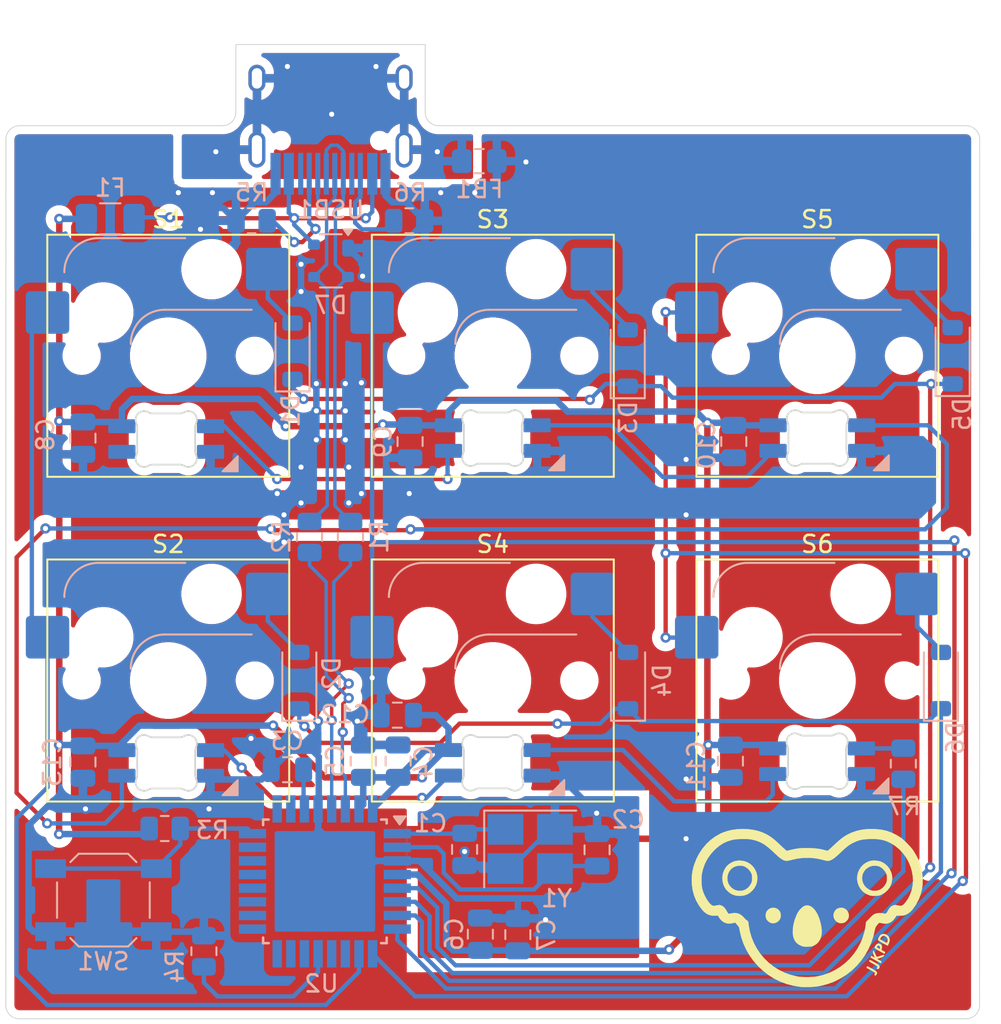
<source format=kicad_pcb>
(kicad_pcb (version 20240108) (generator "pcbnew") (generator_version "8.0")
  (layers (0 "F.Cu" signal) (31 "B.Cu" signal) (34 "B.Paste" user) (35 "F.Paste" user) (36 "B.SilkS" user "B.Silkscreen") (37 "F.SilkS" user "F.Silkscreen") (38 "B.Mask" user) (39 "F.Mask" user) (44 "Edge.Cuts" user))
  (net 0 "")
  (net 1 "GND")
  (net 2 "Net-(U2-XTAL1)")
  (net 3 "Net-(U2-PC0{slash}XTAL2)")
  (net 4 "Net-(U2-UCAP)")
  (net 5 "+5V")
  (net 6 "Net-(D1-A)")
  (net 7 "Row 0")
  (net 8 "Net-(D2-A)")
  (net 9 "Row 1")
  (net 10 "Net-(D3-A)")
  (net 11 "Net-(D4-A)")
  (net 12 "Net-(D5-A)")
  (net 13 "Net-(D6-A)")
  (net 14 "D-")
  (net 15 "VCC")
  (net 16 "D+")
  (net 17 "D1")
  (net 18 "Net-(D10-DIN)")
  (net 19 "Net-(D10-DOUT)")
  (net 20 "Net-(U2-PC1{slash}~{RESET})")
  (net 21 "Net-(U2-~{HWB}{slash}PD7)")
  (net 22 "Net-(USB1-CC1)")
  (net 23 "Net-(USB1-CC2)")
  (net 24 "Column 0")
  (net 25 "Column 1")
  (net 26 "Column 2")
  (net 40 "Net-(D8-DIN)")
  (net 41 "Net-(D11-DIN)")
  (net 42 "Net-(D12-DIN)")
  (net 43 "Net-(U2-PC2)")
  (net 48 "Earth")
  (net 49 "Net-(U2-D+)")
  (net 50 "Net-(U2-D-)")
  (footprint "6KeyMacroPad:jjkpdlogo" (layer "F.Cu") (at 191.6 115.2)
    (property "Reference" "Ref**" (hide yes))
    (property "Value" "Val**" (hide yes))
  )
  (footprint "kicad-keyboard-parts:MX_SK6812MINI-E" (layer "F.Cu") (at 189.70625 79.916251)
    (property "Reference" "D10" (hide yes))
    (property "Value" "SK6812MINI-E")
    (fp_line (start -1.699999 5.782841) (end -1.699999 4.377157) (stroke (width 0.1)) (layer "Edge.Cuts"))
    (fp_line (start -0.794452 3.58) (end 0.794453 3.58) (stroke (width 0.1)) (layer "Edge.Cuts"))
    (fp_line (start 0.794452 6.579999) (end -0.794452 6.579999) (stroke (width 0.1)) (layer "Edge.Cuts"))
    (fp_line (start 1.699999 4.377157) (end 1.699999 5.782841) (stroke (width 0.1)) (layer "Edge.Cuts"))
    (fp_arc (start -1.749484 4.160279) (mid -1.712527 4.265931) (end -1.699999 4.377157) (stroke (width 0.1)) (layer "Edge.Cuts"))
    (fp_arc (start -1.749484 4.160279) (mid -1.638071 3.575964) (end -1.046711 3.5117) (stroke (width 0.1)) (layer "Edge.Cuts"))
    (fp_arc (start -1.699999 5.782842) (mid -1.712527 5.894067) (end -1.749484 5.999719) (stroke (width 0.1)) (layer "Edge.Cuts"))
    (fp_arc (start -1.046711 6.648296) (mid -1.63807 6.584033) (end -1.749484 5.999719) (stroke (width 0.1)) (layer "Edge.Cuts"))
    (fp_arc (start -1.04671 6.648298) (mid -0.925122 6.597376) (end -0.794452 6.579999) (stroke (width 0.1)) (layer "Edge.Cuts"))
    (fp_arc (start -0.794453 3.579999) (mid -0.925123 3.562622) (end -1.046711 3.5117) (stroke (width 0.1)) (layer "Edge.Cuts"))
    (fp_arc (start 0.794452 6.579999) (mid 0.925123 6.597376) (end 1.046711 6.648298) (stroke (width 0.1)) (layer "Edge.Cuts"))
    (fp_arc (start 1.046711 3.511701) (mid 0.925123 3.562623) (end 0.794453 3.58) (stroke (width 0.1)) (layer "Edge.Cuts"))
    (fp_arc (start 1.046711 3.511701) (mid 1.638071 3.575964) (end 1.749484 4.160279) (stroke (width 0.1)) (layer "Edge.Cuts"))
    (fp_arc (start 1.699999 4.377156) (mid 1.712525 4.26593) (end 1.749484 4.160279) (stroke (width 0.1)) (layer "Edge.Cuts"))
    (fp_arc (start 1.749484 5.999718) (mid 1.638072 6.584034) (end 1.046711 6.648298) (stroke (width 0.1)) (layer "Edge.Cuts"))
    (fp_arc (start 1.749484 5.999719) (mid 1.712517 5.89407) (end 1.699999 5.782841) (stroke (width 0.1)) (layer "Edge.Cuts"))
  )
  (footprint "ScottoKeebs_Hotswap:Hotswap_MX_1.00u" (layer "F.Cu") (at 189.70625 99.21875)
    (property "Reference" "S6")
    (property "Value" "Keyswitch")
  )
  (footprint "kicad-keyboard-parts:MX_SK6812MINI-E" (layer "F.Cu") (at 151.4875 79.972501)
    (property "Reference" "D8" (hide yes))
    (property "Value" "SK6812MINI-E")
    (fp_line (start -1.699999 5.782841) (end -1.699999 4.377157) (stroke (width 0.1)) (layer "Edge.Cuts"))
    (fp_line (start -0.794452 3.58) (end 0.794453 3.58) (stroke (width 0.1)) (layer "Edge.Cuts"))
    (fp_line (start 0.794452 6.579999) (end -0.794452 6.579999) (stroke (width 0.1)) (layer "Edge.Cuts"))
    (fp_line (start 1.699999 4.377157) (end 1.699999 5.782841) (stroke (width 0.1)) (layer "Edge.Cuts"))
    (fp_arc (start -1.749484 4.160279) (mid -1.712527 4.265931) (end -1.699999 4.377157) (stroke (width 0.1)) (layer "Edge.Cuts"))
    (fp_arc (start -1.749484 4.160279) (mid -1.638071 3.575964) (end -1.046711 3.5117) (stroke (width 0.1)) (layer "Edge.Cuts"))
    (fp_arc (start -1.699999 5.782842) (mid -1.712527 5.894067) (end -1.749484 5.999719) (stroke (width 0.1)) (layer "Edge.Cuts"))
    (fp_arc (start -1.046711 6.648296) (mid -1.63807 6.584033) (end -1.749484 5.999719) (stroke (width 0.1)) (layer "Edge.Cuts"))
    (fp_arc (start -1.04671 6.648298) (mid -0.925122 6.597376) (end -0.794452 6.579999) (stroke (width 0.1)) (layer "Edge.Cuts"))
    (fp_arc (start -0.794453 3.579999) (mid -0.925123 3.562622) (end -1.046711 3.5117) (stroke (width 0.1)) (layer "Edge.Cuts"))
    (fp_arc (start 0.794452 6.579999) (mid 0.925123 6.597376) (end 1.046711 6.648298) (stroke (width 0.1)) (layer "Edge.Cuts"))
    (fp_arc (start 1.046711 3.511701) (mid 0.925123 3.562623) (end 0.794453 3.58) (stroke (width 0.1)) (layer "Edge.Cuts"))
    (fp_arc (start 1.046711 3.511701) (mid 1.638071 3.575964) (end 1.749484 4.160279) (stroke (width 0.1)) (layer "Edge.Cuts"))
    (fp_arc (start 1.699999 4.377156) (mid 1.712525 4.26593) (end 1.749484 4.160279) (stroke (width 0.1)) (layer "Edge.Cuts"))
    (fp_arc (start 1.749484 5.999718) (mid 1.638072 6.584034) (end 1.046711 6.648298) (stroke (width 0.1)) (layer "Edge.Cuts"))
    (fp_arc (start 1.749484 5.999719) (mid 1.712517 5.89407) (end 1.699999 5.782841) (stroke (width 0.1)) (layer "Edge.Cuts"))
  )
  (footprint "ScottoKeebs_Hotswap:Hotswap_MX_1.00u" (layer "F.Cu") (at 151.60625 99.21875)
    (property "Reference" "S2")
    (property "Value" "Keyswitch")
  )
  (footprint "kicad-keyboard-parts:MX_SK6812MINI-E" (layer "F.Cu") (at 151.4875 98.972501)
    (property "Reference" "D11" (hide yes))
    (property "Value" "SK6812MINI-E")
    (fp_line (start -1.699999 5.782841) (end -1.699999 4.377157) (stroke (width 0.1)) (layer "Edge.Cuts"))
    (fp_line (start -0.794452 3.58) (end 0.794453 3.58) (stroke (width 0.1)) (layer "Edge.Cuts"))
    (fp_line (start 0.794452 6.579999) (end -0.794452 6.579999) (stroke (width 0.1)) (layer "Edge.Cuts"))
    (fp_line (start 1.699999 4.377157) (end 1.699999 5.782841) (stroke (width 0.1)) (layer "Edge.Cuts"))
    (fp_arc (start -1.749484 4.160279) (mid -1.712527 4.265931) (end -1.699999 4.377157) (stroke (width 0.1)) (layer "Edge.Cuts"))
    (fp_arc (start -1.749484 4.160279) (mid -1.638071 3.575964) (end -1.046711 3.5117) (stroke (width 0.1)) (layer "Edge.Cuts"))
    (fp_arc (start -1.699999 5.782842) (mid -1.712527 5.894067) (end -1.749484 5.999719) (stroke (width 0.1)) (layer "Edge.Cuts"))
    (fp_arc (start -1.046711 6.648296) (mid -1.63807 6.584033) (end -1.749484 5.999719) (stroke (width 0.1)) (layer "Edge.Cuts"))
    (fp_arc (start -1.04671 6.648298) (mid -0.925122 6.597376) (end -0.794452 6.579999) (stroke (width 0.1)) (layer "Edge.Cuts"))
    (fp_arc (start -0.794453 3.579999) (mid -0.925123 3.562622) (end -1.046711 3.5117) (stroke (width 0.1)) (layer "Edge.Cuts"))
    (fp_arc (start 0.794452 6.579999) (mid 0.925123 6.597376) (end 1.046711 6.648298) (stroke (width 0.1)) (layer "Edge.Cuts"))
    (fp_arc (start 1.046711 3.511701) (mid 0.925123 3.562623) (end 0.794453 3.58) (stroke (width 0.1)) (layer "Edge.Cuts"))
    (fp_arc (start 1.046711 3.511701) (mid 1.638071 3.575964) (end 1.749484 4.160279) (stroke (width 0.1)) (layer "Edge.Cuts"))
    (fp_arc (start 1.699999 4.377156) (mid 1.712525 4.26593) (end 1.749484 4.160279) (stroke (width 0.1)) (layer "Edge.Cuts"))
    (fp_arc (start 1.749484 5.999718) (mid 1.638072 6.584034) (end 1.046711 6.648298) (stroke (width 0.1)) (layer "Edge.Cuts"))
    (fp_arc (start 1.749484 5.999719) (mid 1.712517 5.89407) (end 1.699999 5.782841) (stroke (width 0.1)) (layer "Edge.Cuts"))
  )
  (footprint "ScottoKeebs_Hotswap:Hotswap_MX_1.00u" (layer "F.Cu") (at 189.70625 80.16875)
    (property "Reference" "S5")
    (property "Value" "Keyswitch")
  )
  (footprint "kicad-keyboard-parts:MX_SK6812MINI-E" (layer "F.Cu") (at 170.65625 79.916251)
    (property "Reference" "D9" (hide yes))
    (property "Value" "SK6812MINI-E")
    (fp_line (start -1.699999 5.782841) (end -1.699999 4.377157) (stroke (width 0.1)) (layer "Edge.Cuts"))
    (fp_line (start -0.794452 3.58) (end 0.794453 3.58) (stroke (width 0.1)) (layer "Edge.Cuts"))
    (fp_line (start 0.794452 6.579999) (end -0.794452 6.579999) (stroke (width 0.1)) (layer "Edge.Cuts"))
    (fp_line (start 1.699999 4.377157) (end 1.699999 5.782841) (stroke (width 0.1)) (layer "Edge.Cuts"))
    (fp_arc (start -1.749484 4.160279) (mid -1.712527 4.265931) (end -1.699999 4.377157) (stroke (width 0.1)) (layer "Edge.Cuts"))
    (fp_arc (start -1.749484 4.160279) (mid -1.638071 3.575964) (end -1.046711 3.5117) (stroke (width 0.1)) (layer "Edge.Cuts"))
    (fp_arc (start -1.699999 5.782842) (mid -1.712527 5.894067) (end -1.749484 5.999719) (stroke (width 0.1)) (layer "Edge.Cuts"))
    (fp_arc (start -1.046711 6.648296) (mid -1.63807 6.584033) (end -1.749484 5.999719) (stroke (width 0.1)) (layer "Edge.Cuts"))
    (fp_arc (start -1.04671 6.648298) (mid -0.925122 6.597376) (end -0.794452 6.579999) (stroke (width 0.1)) (layer "Edge.Cuts"))
    (fp_arc (start -0.794453 3.579999) (mid -0.925123 3.562622) (end -1.046711 3.5117) (stroke (width 0.1)) (layer "Edge.Cuts"))
    (fp_arc (start 0.794452 6.579999) (mid 0.925123 6.597376) (end 1.046711 6.648298) (stroke (width 0.1)) (layer "Edge.Cuts"))
    (fp_arc (start 1.046711 3.511701) (mid 0.925123 3.562623) (end 0.794453 3.58) (stroke (width 0.1)) (layer "Edge.Cuts"))
    (fp_arc (start 1.046711 3.511701) (mid 1.638071 3.575964) (end 1.749484 4.160279) (stroke (width 0.1)) (layer "Edge.Cuts"))
    (fp_arc (start 1.699999 4.377156) (mid 1.712525 4.26593) (end 1.749484 4.160279) (stroke (width 0.1)) (layer "Edge.Cuts"))
    (fp_arc (start 1.749484 5.999718) (mid 1.638072 6.584034) (end 1.046711 6.648298) (stroke (width 0.1)) (layer "Edge.Cuts"))
    (fp_arc (start 1.749484 5.999719) (mid 1.712517 5.89407) (end 1.699999 5.782841) (stroke (width 0.1)) (layer "Edge.Cuts"))
  )
  (footprint "kicad-keyboard-parts:MX_SK6812MINI-E" (layer "F.Cu") (at 170.65625 98.966251)
    (property "Reference" "D12" (hide yes))
    (property "Value" "SK6812MINI-E")
    (fp_line (start -1.699999 5.782841) (end -1.699999 4.377157) (stroke (width 0.1)) (layer "Edge.Cuts"))
    (fp_line (start -0.794452 3.58) (end 0.794453 3.58) (stroke (width 0.1)) (layer "Edge.Cuts"))
    (fp_line (start 0.794452 6.579999) (end -0.794452 6.579999) (stroke (width 0.1)) (layer "Edge.Cuts"))
    (fp_line (start 1.699999 4.377157) (end 1.699999 5.782841) (stroke (width 0.1)) (layer "Edge.Cuts"))
    (fp_arc (start -1.749484 4.160279) (mid -1.712527 4.265931) (end -1.699999 4.377157) (stroke (width 0.1)) (layer "Edge.Cuts"))
    (fp_arc (start -1.749484 4.160279) (mid -1.638071 3.575964) (end -1.046711 3.5117) (stroke (width 0.1)) (layer "Edge.Cuts"))
    (fp_arc (start -1.699999 5.782842) (mid -1.712527 5.894067) (end -1.749484 5.999719) (stroke (width 0.1)) (layer "Edge.Cuts"))
    (fp_arc (start -1.046711 6.648296) (mid -1.63807 6.584033) (end -1.749484 5.999719) (stroke (width 0.1)) (layer "Edge.Cuts"))
    (fp_arc (start -1.04671 6.648298) (mid -0.925122 6.597376) (end -0.794452 6.579999) (stroke (width 0.1)) (layer "Edge.Cuts"))
    (fp_arc (start -0.794453 3.579999) (mid -0.925123 3.562622) (end -1.046711 3.5117) (stroke (width 0.1)) (layer "Edge.Cuts"))
    (fp_arc (start 0.794452 6.579999) (mid 0.925123 6.597376) (end 1.046711 6.648298) (stroke (width 0.1)) (layer "Edge.Cuts"))
    (fp_arc (start 1.046711 3.511701) (mid 0.925123 3.562623) (end 0.794453 3.58) (stroke (width 0.1)) (layer "Edge.Cuts"))
    (fp_arc (start 1.046711 3.511701) (mid 1.638071 3.575964) (end 1.749484 4.160279) (stroke (width 0.1)) (layer "Edge.Cuts"))
    (fp_arc (start 1.699999 4.377156) (mid 1.712525 4.26593) (end 1.749484 4.160279) (stroke (width 0.1)) (layer "Edge.Cuts"))
    (fp_arc (start 1.749484 5.999718) (mid 1.638072 6.584034) (end 1.046711 6.648298) (stroke (width 0.1)) (layer "Edge.Cuts"))
    (fp_arc (start 1.749484 5.999719) (mid 1.712517 5.89407) (end 1.699999 5.782841) (stroke (width 0.1)) (layer "Edge.Cuts"))
  )
  (footprint "ScottoKeebs_Hotswap:Hotswap_MX_1.00u" (layer "F.Cu") (at 170.65625 80.16875)
    (property "Reference" "S3")
    (property "Value" "Keyswitch")
  )
  (footprint "ScottoKeebs_Hotswap:Hotswap_MX_1.00u" (layer "F.Cu") (at 170.65625 99.21875)
    (property "Reference" "S4")
    (property "Value" "Keyswitch")
  )
  (footprint "ScottoKeebs_Hotswap:Hotswap_MX_1.00u" (layer "F.Cu") (at 151.60625 80.16875)
    (property "Reference" "S1")
    (property "Value" "Keyswitch")
  )
  (footprint "kicad-keyboard-parts:MX_SK6812MINI-E" (layer "F.Cu") (at 189.6875 98.872501)
    (property "Reference" "D13" (hide yes))
    (property "Value" "SK6812MINI-E")
    (fp_line (start -1.699999 5.782841) (end -1.699999 4.377157) (stroke (width 0.1)) (layer "Edge.Cuts"))
    (fp_line (start -0.794452 3.58) (end 0.794453 3.58) (stroke (width 0.1)) (layer "Edge.Cuts"))
    (fp_line (start 0.794452 6.579999) (end -0.794452 6.579999) (stroke (width 0.1)) (layer "Edge.Cuts"))
    (fp_line (start 1.699999 4.377157) (end 1.699999 5.782841) (stroke (width 0.1)) (layer "Edge.Cuts"))
    (fp_arc (start -1.749484 4.160279) (mid -1.712527 4.265931) (end -1.699999 4.377157) (stroke (width 0.1)) (layer "Edge.Cuts"))
    (fp_arc (start -1.749484 4.160279) (mid -1.638071 3.575964) (end -1.046711 3.5117) (stroke (width 0.1)) (layer "Edge.Cuts"))
    (fp_arc (start -1.699999 5.782842) (mid -1.712527 5.894067) (end -1.749484 5.999719) (stroke (width 0.1)) (layer "Edge.Cuts"))
    (fp_arc (start -1.046711 6.648296) (mid -1.63807 6.584033) (end -1.749484 5.999719) (stroke (width 0.1)) (layer "Edge.Cuts"))
    (fp_arc (start -1.04671 6.648298) (mid -0.925122 6.597376) (end -0.794452 6.579999) (stroke (width 0.1)) (layer "Edge.Cuts"))
    (fp_arc (start -0.794453 3.579999) (mid -0.925123 3.562622) (end -1.046711 3.5117) (stroke (width 0.1)) (layer "Edge.Cuts"))
    (fp_arc (start 0.794452 6.579999) (mid 0.925123 6.597376) (end 1.046711 6.648298) (stroke (width 0.1)) (layer "Edge.Cuts"))
    (fp_arc (start 1.046711 3.511701) (mid 0.925123 3.562623) (end 0.794453 3.58) (stroke (width 0.1)) (layer "Edge.Cuts"))
    (fp_arc (start 1.046711 3.511701) (mid 1.638071 3.575964) (end 1.749484 4.160279) (stroke (width 0.1)) (layer "Edge.Cuts"))
    (fp_arc (start 1.699999 4.377156) (mid 1.712525 4.26593) (end 1.749484 4.160279) (stroke (width 0.1)) (layer "Edge.Cuts"))
    (fp_arc (start 1.749484 5.999718) (mid 1.638072 6.584034) (end 1.046711 6.648298) (stroke (width 0.1)) (layer "Edge.Cuts"))
    (fp_arc (start 1.749484 5.999719) (mid 1.712517 5.89407) (end 1.699999 5.782841) (stroke (width 0.1)) (layer "Edge.Cuts"))
  )
  (footprint "Capacitor_SMD:C_0805_2012Metric" (layer "B.Cu") (at 176.775 109.15 90)
    (property "Reference" "C2")
    (property "Value" "22 pF")
  )
  (footprint "Capacitor_SMD:C_0805_2012Metric" (layer "B.Cu") (at 163.05 103.95 90)
    (property "Reference" "C5")
    (property "Value" "0.1 uF")
  )
  (footprint "Resistor_SMD:R_0805_2012Metric" (layer "B.Cu") (at 151.4 107.9)
    (property "Reference" "R3")
    (property "Value" "10k")
  )
  (footprint "Resistor_SMD:R_0805_2012Metric" (layer "B.Cu") (at 153.7 115.1 90)
    (property "Reference" "R4")
    (property "Value" "10k")
  )
  (footprint "Resistor_SMD:R_0805_2012Metric" (layer "B.Cu") (at 159.9 90.8 -90)
    (property "Reference" "R2")
    (property "Value" "22")
  )
  (footprint "Package_TO_SOT_SMD:SOT-143" (layer "B.Cu") (at 161.163 74.6 180)
    (property "Reference" "D7")
    (property "Value" "PRTR5V0U2X")
  )
  (footprint "Capacitor_SMD:C_0805_2012Metric" (layer "B.Cu") (at 146.6 85 90)
    (property "Reference" "C8")
    (property "Value" "100 nF")
  )
  (footprint "Capacitor_SMD:C_0805_2012Metric" (layer "B.Cu") (at 169 109.125 -90)
    (property "Reference" "C1")
    (property "Value" "22 pF")
  )
  (footprint "Capacitor_SMD:C_0805_2012Metric" (layer "B.Cu") (at 158.6 104.45 180)
    (property "Reference" "C3")
    (property "Value" "1 uF")
  )
  (footprint "Capacitor_SMD:C_0805_2012Metric" (layer "B.Cu") (at 146.6 104 90)
    (property "Reference" "C13")
    (property "Value" "100 nF")
  )
  (footprint "Capacitor_SMD:C_0805_2012Metric" (layer "B.Cu") (at 165.1 103.95 90)
    (property "Reference" "C4")
    (property "Value" "0.1 uF")
  )
  (footprint "Resistor_SMD:R_0805_2012Metric" (layer "B.Cu") (at 165.75 72.25)
    (property "Reference" "R6")
    (property "Value" "5.1k")
  )
  (footprint "Inductor_SMD:L_0805_2012Metric_Pad1.15x1.40mm_HandSolder" (layer "B.Cu") (at 169.8625 68.75)
    (property "Reference" "FB1")
    (property "Value" "60@100MHz")
  )
  (footprint "Crystal:Crystal_SMD_3225-4Pin_3.2x2.5mm_HandSoldering" (layer "B.Cu") (at 172.85 109.1)
    (property "Reference" "Y1")
    (property "Value" "16 MHz")
  )
  (footprint "Diode_SMD:D_SOD-123" (layer "B.Cu") (at 178.59375 99.21875 90)
    (property "Reference" "D4")
    (property "Value" "Diode")
  )
  (footprint "Diode_SMD:D_SOD-123" (layer "B.Cu") (at 197.64375 80.16875 90)
    (property "Reference" "D5")
    (property "Value" "Diode")
  )
  (footprint "Diode_SMD:D_SOD-123" (layer "B.Cu") (at 178.575 80.3 90)
    (property "Reference" "D3")
    (property "Value" "Diode")
  )
  (footprint "Resistor_SMD:R_0805_2012Metric" (layer "B.Cu") (at 162.3 90.8 -90)
    (property "Reference" "R1")
    (property "Value" "22")
  )
  (footprint "Resistor_SMD:R_0805_2012Metric" (layer "B.Cu") (at 156.5 72.25 180)
    (property "Reference" "R5")
    (property "Value" "5.1k")
  )
  (footprint "Button_Switch_SMD:SW_SPST_SKQG_WithStem" (layer "B.Cu") (at 147.8 112.1)
    (property "Reference" "SW1")
    (property "Value" "SW_Push")
  )
  (footprint "Capacitor_SMD:C_0805_2012Metric" (layer "B.Cu") (at 165.05 101.25)
    (property "Reference" "C12")
    (property "Value" "100 nF")
  )
  (footprint "Diode_SMD:D_SOD-123" (layer "B.Cu") (at 196.95625 99.21875 90)
    (property "Reference" "D6")
    (property "Value" "Diode")
  )
  (footprint "Diode_SMD:D_SOD-123" (layer "B.Cu") (at 158.9 79.9 90)
    (property "Reference" "D1")
    (property "Value" "Diode")
  )
  (footprint "Capacitor_SMD:C_0805_2012Metric" (layer "B.Cu") (at 184.8 85.2 90)
    (property "Reference" "C10")
    (property "Value" "100 nF")
  )
  (footprint "Capacitor_SMD:C_0805_2012Metric" (layer "B.Cu") (at 184.6 103.95 90)
    (property "Reference" "C11")
    (property "Value" "100 nF")
  )
  (footprint "Fuse:Fuse_1206_3216Metric" (layer "B.Cu") (at 148.2 72.136 180)
    (property "Reference" "F1")
    (property "Value" "500m")
  )
  (footprint "Capacitor_SMD:C_0805_2012Metric" (layer "B.Cu") (at 165.8 85.2 90)
    (property "Reference" "C9")
    (property "Value" "100 nF")
  )
  (footprint "Type-C:HRO-TYPE-C-31-M-12-HandSoldering" (layer "B.Cu") (at 161.13125 61.29625)
    (property "Reference" "USB1")
    (property "Value" "HRO-TYPE-C-31-M-12")
  )
  (footprint "Capacitor_SMD:C_0805_2012Metric" (layer "B.Cu") (at 172.125 114.125 90)
    (property "Reference" "C7")
    (property "Value" "10 uF")
  )
  (footprint "Capacitor_SMD:C_0805_2012Metric" (layer "B.Cu") (at 169.925 114.1 90)
    (property "Reference" "C6")
    (property "Value" "0.1 uF")
  )
  (footprint "Package_QFP:TQFP-32_7x7mm_P0.8mm" (layer "B.Cu") (at 160.8 111 180)
    (property "Reference" "U2")
    (property "Value" "ATmega32U2-A")
  )
  (footprint "Diode_SMD:D_SOD-123" (layer "B.Cu") (at 159.3 99.21875 90)
    (property "Reference" "D2")
    (property "Value" "Diode")
  )
  (footprint "Resistor_SMD:R_0805_2012Metric" (layer "B.Cu") (at 194.75 104.1 -90)
    (property "Reference" "R7")
    (property "Value" "500")
  )
  (gr_arc (start 142.86875 119.0625) (mid 142.307502 118.830013) (end 142.075 118.26875) (stroke (width 0.05)) (layer "Edge.Cuts"))
  (gr_arc (start 198.4375 66.675) (mid 198.998766 66.907484) (end 199.23125 67.46875) (stroke (width 0.05)) (layer "Edge.Cuts"))
  (gr_line (start 199.23125 67.46875) (end 199.225 118.26875) (stroke (width 0.05)) (layer "Edge.Cuts"))
  (gr_arc (start 155.575 65.88125) (mid 155.342519 66.442534) (end 154.78125 66.675) (stroke (width 0.05)) (layer "Edge.Cuts"))
  (gr_line (start 142.080664 72.23125) (end 142.075 118.26875) (stroke (width 0.05)) (layer "Edge.Cuts"))
  (gr_arc (start 199.225 118.26875) (mid 198.992504 118.830019) (end 198.43125 119.0625) (stroke (width 0.05)) (layer "Edge.Cuts"))
  (gr_line (start 142.86875 119.0625) (end 198.43125 119.0625) (stroke (width 0.05)) (layer "Edge.Cuts"))
  (gr_line (start 155.575 65.88125) (end 155.575 61.9125) (stroke (width 0.05)) (layer "Edge.Cuts"))
  (gr_arc (start 142.08125 67.46875) (mid 142.313734 66.907484) (end 142.875 66.675) (stroke (width 0.05)) (layer "Edge.Cuts"))
  (gr_line (start 142.08125 67.46875) (end 142.080664 72.23125) (stroke (width 0.05)) (layer "Edge.Cuts"))
  (gr_arc (start 167.48125 66.675) (mid 166.920016 66.442498) (end 166.6875 65.88125) (stroke (width 0.05)) (layer "Edge.Cuts"))
  (gr_line (start 142.875 66.675) (end 154.78125 66.675) (stroke (width 0.05)) (layer "Edge.Cuts"))
  (gr_line (start 155.575 61.9125) (end 166.6875 61.9125) (stroke (width 0.05)) (layer "Edge.Cuts"))
  (gr_line (start 198.4375 66.675) (end 167.48125 66.675) (stroke (width 0.05)) (layer "Edge.Cuts"))
  (gr_line (start 166.6875 61.9125) (end 166.6875 65.88125) (stroke (width 0.05)) (layer "Edge.Cuts"))
  (segment (start 182 108.5) (end 178.5 108.5) (width 0.381) (layer "F.Cu") (net 1))
  (segment (start 182 86.25) (end 182 89.5) (width 0.381) (layer "F.Cu") (net 1))
  (segment (start 162.94425 88.25) (end 158 88.25) (width 0.381) (layer "F.Cu") (net 1))
  (segment (start 162.56 97.028) (end 163.576 98.044) (width 0.381) (layer "F.Cu") (net 1))
  (segment (start 182 105) (end 182 108.5) (width 0.381) (layer "F.Cu") (net 1))
  (segment (start 156.464 102.616) (end 156.464 102.183487) (width 0.381) (layer "F.Cu") (net 1))
  (segment (start 160.02 97.028) (end 162.56 97.028) (width 0.381) (layer "F.Cu") (net 1))
  (segment (start 154 106.75) (end 146.75 106.75) (width 0.381) (layer "F.Cu") (net 1))
  (segment (start 154.587137 72.75) (end 153.5 72.75) (width 0.381) (layer "F.Cu") (net 1))
  (segment (start 162.94425 88.25) (end 165.75 88.25) (width 0.381) (layer "F.Cu") (net 1))
  (segment (start 163.012999 75.5) (end 157.337137 75.5) (width 0.381) (layer "F.Cu") (net 1))
  (segment (start 157.337137 75.5) (end 154.587137 72.75) (width 0.381) (layer "F.Cu") (net 1))
  (segment (start 156.464 102.183487) (end 159.004 99.643487) (width 0.381) (layer "F.Cu") (net 1))
  (segment (start 163.012999 81.681251) (end 162.94425 81.75) (width 0.381) (layer "F.Cu") (net 1))
  (segment (start 159.004 98.044) (end 160.02 97.028) (width 0.381) (layer "F.Cu") (net 1))
  (segment (start 159.004 99.643487) (end 159.004 98.044) (width 0.381) (layer "F.Cu") (net 1))
  (segment (start 163.012999 75.5) (end 163.012999 81.681251) (width 0.381) (layer "F.Cu") (net 1))
  (segment (start 163.576 98.044) (end 163.576 99.06) (width 0.381) (layer "F.Cu") (net 1))
  (segment (start 182 89.5) (end 182 105) (width 0.381) (layer "F.Cu") (net 1))
  (via (at 159.4 76.4) (size 0.6) (drill 0.3) (layers "F.Cu" "B.Cu") (net 1))
  (via (at 162.7 101.6) (size 0.6) (drill 0.3) (layers "F.Cu" "B.Cu") (net 1))
  (via (at 169.6 70.6) (size 0.6) (drill 0.3) (layers "F.Cu" "B.Cu") (net 1))
  (via (at 167.6 70.6) (size 0.6) (drill 0.3) (layers "F.Cu" "B.Cu") (net 1))
  (via (at 182 105) (size 0.6) (drill 0.3) (layers "F.Cu" "B.Cu") (net 1))
  (via (at 162.2 86.7) (size 0.6) (drill 0.3) (layers "F.Cu" "B.Cu") (net 1))
  (via (at 154.2 70.6) (size 0.6) (drill 0.3) (layers "F.Cu" "B.Cu") (net 1))
  (via (at 158 88.25) (size 0.6) (drill 0.3) (layers "F.Cu" "B.Cu") (net 1))
  (via (at 162.2 88.8) (size 0.6) (drill 0.3) (layers "F.Cu" "B.Cu") (net 1))
  (via (at 162 81.8) (size 0.6) (drill 0.3) (layers "F.Cu" "B.Cu") (net 1))
  (via (at 182 89.5) (size 0.6) (drill 0.3) (layers "F.Cu" "B.Cu") (net 1))
  (via (at 153.5 72.75) (size 0.6) (drill 0.3) (layers "F.Cu" "B.Cu") (net 1))
  (via (at 160.3 81.8) (size 0.6) (drill 0.3) (layers "F.Cu" "B.Cu") (net 1))
  (via (at 173.75 113.25) (size 0.6) (drill 0.3) (layers "F.Cu" "B.Cu") (net 1))
  (via (at 163.576 99.06) (size 0.6) (drill 0.3) (layers "F.Cu" "B.Cu") (net 1))
  (via (at 158.4 91.1) (size 0.6) (drill 0.3) (layers "F.Cu" "B.Cu") (net 1))
  (via (at 160.3 85.1) (size 0.6) (drill 0.3) (layers "F.Cu" "B.Cu") (net 1))
  (via (at 182 86.25) (size 0.6) (drill 0.3) (layers "F.Cu" "B.Cu") (net 1))
  (via (at 176.75 107) (size 0.6) (drill 0.3) (layers "F.Cu" "B.Cu") (net 1))
  (via (at 160.3 83.4) (size 0.6) (drill 0.3) (layers "F.Cu" "B.Cu") (net 1))
  (via (at 159.4 86.7) (size 0.6) (drill 0.3) (layers "F.Cu" "B.Cu") (net 1))
  (via (at 162 83.4) (size 0.6) (drill 0.3) (layers "F.Cu" "B.Cu") (net 1))
  (via (at 163.012999 75.5) (size 0.6) (drill 0.3) (layers "F.Cu" "B.Cu") (net 1))
  (via (at 158.4 89.5) (size 0.6) (drill 0.3) (layers "F.Cu" "B.Cu") (net 1))
  (via (at 159.4 74.8) (size 0.6) (drill 0.3) (layers "F.Cu" "B.Cu") (net 1))
  (via (at 154 106.75) (size 0.6) (drill 0.3) (layers "F.Cu" "B.Cu") (net 1))
  (via (at 162.94425 81.75) (size 0.6) (drill 0.3) (layers "F.Cu" "B.Cu") (net 1))
  (via (at 152.2 70.6) (size 0.6) (drill 0.3) (layers "F.Cu" "B.Cu") (net 1))
  (via (at 165.75 88.25) (size 0.6) (drill 0.3) (layers "F.Cu" "B.Cu") (net 1))
  (via (at 162 85.1) (size 0.6) (drill 0.3) (layers "F.Cu" "B.Cu") (net 1))
  (via (at 156.464 102.616) (size 0.6) (drill 0.3) (layers "F.Cu" "B.Cu") (net 1))
  (via (at 159.4 88.8) (size 0.6) (drill 0.3) (layers "F.Cu" "B.Cu") (net 1))
  (via (at 169 109.25) (size 0.6) (drill 0.3) (layers "F.Cu" "B.Cu") (net 1))
  (via (at 162.94425 88.25) (size 0.6) (drill 0.3) (layers "F.Cu" "B.Cu") (net 1))
  (via (at 146.75 106.75) (size 0.6) (drill 0.3) (layers "F.Cu" "B.Cu") (net 1))
  (via (at 160.4 101.6) (size 0.6) (drill 0.3) (layers "F.Cu" "B.Cu") (net 1))
  (via (at 182 108.5) (size 0.6) (drill 0.3) (layers "F.Cu" "B.Cu") (net 1))
  (via (at 172.6 68.8) (size 0.6) (drill 0.3) (layers "F.Cu" "B.Cu") (net 1))
  (segment (start 171.225 110.075) (end 171.4 110.25) (width 0.381) (layer "B.Cu") (net 1))
  (segment (start 171.704 110.25) (end 174.004 107.95) (width 0.254) (layer "B.Cu") (net 1))
  (segment (start 172.1 113.15) (end 172.125 113.175) (width 0.381) (layer "B.Cu") (net 1))
  (segment (start 172.125 112) (end 177.225 112) (width 0.381) (layer "B.Cu") (net 1))
  (segment (start 173.25 88.25) (end 189.5 88.25) (width 0.381) (layer "B.Cu") (net 1))
  (segment (start 160.4405 106.7095) (end 160.4 106.75) (width 0.381) (layer "B.Cu") (net 1))
  (segment (start 176.525 107.95) (end 176.775 108.2) (width 0.381) (layer "B.Cu") (net 1))
  (segment (start 159.7 103.3345) (end 160.0845 103.3345) (width 0.381) (layer "B.Cu") (net 1))
  (segment (start 162.269 109.8) (end 165.05 109.8) (width 0.381) (layer "B.Cu") (net 1))
  (segment (start 157.90625 70.59375) (end 157.90625 69.49125) (width 0.381) (layer "B.Cu") (net 1))
  (segment (start 159.4 86.7) (end 159.4 88.8) (width 0.381) (layer "B.Cu") (net 1))
  (segment (start 146.6 85.95) (end 146.6 87.85) (width 0.381) (layer "B.Cu") (net 1))
  (segment (start 157.077 105.023) (end 157.65 104.45) (width 0.381) (layer "B.Cu") (net 1))
  (segment (start 166.6625 72.25) (end 166.6625 72.3375) (width 0.381) (layer "B.Cu") (net 1))
  (segment (start 174.004 107.95) (end 174.3 107.95) (width 0.254) (layer "B.Cu") (net 1))
  (segment (start 160.4 101.6) (end 160.4 102.076515) (width 0.381) (layer "B.Cu") (net 1))
  (segment (start 153.5 71.75) (end 153.75 71.5) (width 0.381) (layer "B.Cu") (net 1))
  (segment (start 166.6625 72.25) (end 165.572 71.1595) (width 0.381) (layer "B.Cu") (net 1))
  (segment (start 184.8 86.15) (end 182.1 86.15) (width 0.381) (layer "B.Cu") (net 1))
  (segment (start 154.0875 88.0875) (end 154.25 88.25) (width 0.381) (layer "B.Cu") (net 1))
  (segment (start 154.308 105.023) (end 157.077 105.023) (width 0.381) (layer "B.Cu") (net 1))
  (segment (start 164.35625 70.76575) (end 164.35625 69.49125) (width 0.381) (layer "B.Cu") (net 1))
  (segment (start 162.7 101.6) (end 163.2 101.1) (width 0.381) (layer "B.Cu") (net 1))
  (segment (start 177.9 108.2) (end 176.775 108.2) (width 0.381) (layer "B.Cu") (net 1))
  (segment (start 146.6 106.25) (end 144.873485 106.25) (width 0.381) (layer "B.Cu") (net 1))
  (segment (start 159.4 74.8) (end 159.4 76.4) (width 0.381) (layer "B.Cu") (net 1))
  (segment (start 165.75 88.25) (end 165.75 86.2) (width 0.381) (layer "B.Cu") (net 1))
  (segment (start 154.8375 71.5) (end 155.5875 72.25) (width 0.381) (layer "B.Cu") (net 1))
  (segment (start 154.25 88.25) (end 158 88.25) (width 0.381) (layer "B.Cu") (net 1))
  (segment (start 147 88.25) (end 154.25 88.25) (width 0.381) (layer "B.Cu") (net 1))
  (segment (start 174.3 107.95) (end 176.525 107.95) (width 0.381) (layer "B.Cu") (net 1))
  (segment (start 169 110.075) (end 169 109.25) (width 0.381) (layer "B.Cu") (net 1))
  (segment (start 154.0875 106.6625) (end 154 106.75) (width 0.381) (layer "B.Cu") (net 1))
  (segment (start 191.75 88.25) (end 192.30625 87.69375) (width 0.381) (layer "B.Cu") (net 1))
  (segment (start 169 110.075) (end 171.225 110.075) (width 0.381) (layer "B.Cu") (net 1))
  (segment (start 162 83.4) (end 162 85.1) (width 0.381) (layer "B.Cu") (net 1))
  (segment (start 166.6625 72.3375) (end 165.15 73.85) (width 0.381) (layer "B.Cu") (net 1))
  (segment (start 182 108.5) (end 190.75 108.5) (width 0.381) (layer "B.Cu") (net 1))
  (segment (start 177.225 112) (end 178.25 110.975) (width 0.381) (layer "B.Cu") (net 1))
  (segment (start 192.2875 106.9625) (end 192.2875 104.7025) (width 0.381) (layer "B.Cu") (net 1))
  (segment (start 173.25625 104.79625) (end 174.54625 104.79625) (width 0.381) (layer "B.Cu") (net 1))
  (segment (start 143.4095 107.713985) (end 143.4095 113.6595) (width 0.381) (layer "B.Cu") (net 1))
  (segment (start 158.7655 103.3345) (end 159.7 103.3345) (width 0.381) (layer "B.Cu") (net 1))
  (segment (start 162.7 101.6) (end 162.7 102.65) (width 0.381) (layer "B.Cu") (net 1))
  (segment (start 159.7 102.776515) (end 159.7 103.3345) (width 0.381) (layer "B.Cu") (net 1))
  (segment (start 176.775 108.2) (end 176.775 107.025) (width 0.381) (layer "B.Cu") (net 1))
  (segment (start 189.5 88.25) (end 189.5 89) (width 0.381) (layer "B.Cu") (net 1))
  (segment (start 165.75 88.25) (end 173.25 88.25) (width 0.381) (layer "B.Cu") (net 1))
  (segment (start 162 81.8) (end 162 83.4) (width 0.381) (layer "B.Cu") (net 1))
  (segment (start 165.572 71.1595) (end 164.75 71.1595) (width 0.381) (layer "B.Cu") (net 1))
  (segment (start 182.1 86.15) (end 182 86.25) (width 0.381) (layer "B.Cu") (net 1))
  (segment (start 165.05 109.8) (end 166.343144 109.8) (width 0.381) (layer "B.Cu") (net 1))
  (segment (start 184.6 104.9) (end 182.1 104.9) (width 0.381) (layer "B.Cu") (net 1))
  (segment (start 163.2 101.1) (end 163.95 101.1) (width 0.381) (layer "B.Cu") (net 1))
  (segment (start 163.95 101.1) (end 164.1 101.25) (width 0.381) (layer "B.Cu") (net 1))
  (segment (start 160.4 106.75) (end 160.4 107.931) (width 0.381) (layer "B.Cu") (net 1))
  (segment (start 143.7 113.95) (end 144.7 113.95) (width 0.381) (layer "B.Cu") (net 1))
  (segment (start 192.30625 87.69375) (end 192.30625 85.74625) (width 0.381) (layer "B.Cu") (net 1))
  (segment (start 164.75 71.1595) (end 164.35625 70.76575) (width 0.381) (layer "B.Cu") (net 1))
  (segment (start 172.125 113.175) (end 172.125 112) (width 0.381) (layer "B.Cu") (net 1))
  (segment (start 146.6 106.6) (end 146.75 106.75) (width 0.381) (layer "B.Cu") (net 1))
  (segment (start 176.775 107.025) (end 176.75 107) (width 0.381) (layer "B.Cu") (net 1))
  (segment (start 160.4 102.076515) (end 159.7 102.776515) (width 0.381) (layer "B.Cu") (net 1))
  (segment (start 162.7 102.65) (end 163.05 103) (width 0.381) (layer "B.Cu") (net 1))
  (segment (start 160.3 81.8) (end 160.3 83.4) (width 0.381) (layer "B.Cu") (net 1))
  (segment (start 154.0875 104.8025) (end 154.0875 106.6625) (width 0.381) (layer "B.Cu") (net 1))
  (segment (start 190.75 108.5) (end 192.2875 106.9625) (width 0.381) (layer "B.Cu") (net 1))
  (segment (start 160.3 83.4) (end 160.3 85.1) (width 0.381) (layer "B.Cu") (net 1))
  (segment (start 153.5 72.75) (end 153.5 71.75) (width 0.381) (layer "B.Cu") (net 1))
  (segment (start 153.75 71.5) (end 154.8375 71.5) (width 0.381) (layer "B.Cu") (net 1))
  (segment (start 165.75 86.2) (end 165.8 86.15) (width 0.381) (layer "B.Cu") (net 1))
  (segment (start 173.25625 85.74625) (end 173.25625 88.24375) (width 0.381) (layer "B.Cu") (net 1))
  (segment (start 162.94425 81.75) (end 162.94425 88.25) (width 0.381) (layer "B.Cu") (net 1))
  (segment (start 162.163 73.85) (end 163.012999 74.699999) (width 0.381) (layer "B.Cu") (net 1))
  (segment (start 146.6 87.85) (end 147 88.25) (width 0.381) (layer "B.Cu") (net 1))
  (segment (start 169.925 113.15) (end 172.1 113.15) (width 0.381) (layer "B.Cu") (net 1))
  (segment (start 146.6 106.25) (end 146.6 106.6) (width 0.381) (layer "B.Cu") (net 1))
  (segment (start 153.4625 113.95) (end 153.7 114.1875) (width 0.381) (layer "B.Cu") (net 1))
  (segment (start 157.3405 71.1595) (end 157.90625 70.59375) (width 0.381) (layer "B.Cu") (net 1))
  (segment (start 160.4405 103.6905) (end 160.4405 106.7095) (width 0.381) (layer "B.Cu") (net 1))
  (segment (start 160.4 107.931) (end 162.269 109.8) (width 0.381) (layer "B.Cu") (net 1))
  (segment (start 157.65 103.802) (end 156.464 102.616) (width 0.381) (layer "B.Cu") (net 1))
  (segment (start 171.4 110.25) (end 171.704 110.25) (width 0.254) (layer "B.Cu") (net 1))
  (segment (start 173.25625 88.24375) (end 173.25 88.25) (width 0.381) (layer "B.Cu") (net 1))
  (segment (start 160.0845 103.3345) (end 160.4405 103.6905) (width 0.381) (layer "B.Cu") (net 1))
  (segment (start 158.4 89.5) (end 158.4 91.1) (width 0.381) (layer "B.Cu") (net 1))
  (segment (start 154.0875 85.8025) (end 154.0875 88.0875) (width 0.381) (layer "B.Cu") (net 1))
  (segment (start 189 89.5) (end 182 89.5) (width 0.381) (layer "B.Cu") (net 1))
  (segment (start 157.65 104.45) (end 158.7655 103.3345) (width 0.381) (layer "B.Cu") (net 1))
  (segment (start 172.125 113.175) (end 173.675 113.175) (width 0.381) (layer "B.Cu") (net 1))
  (segment (start 178.25 110.975) (end 178.25 108.55) (width 0.381) (layer "B.Cu") (net 1))
  (segment (start 163.05 103) (end 165.1 103) (width 0.381) (layer "B.Cu") (net 1))
  (segment (start 156.678 71.1595) (end 157.3405 71.1595) (width 0.381) (layer "B.Cu") (net 1))
  (segment (start 155.5875 72.25) (end 156.678 71.1595) (width 0.381) (layer "B.Cu") (net 1))
  (segment (start 162.2 86.7) (end 162.2 88.8) (width 0.381) (layer "B.Cu") (net 1))
  (segment (start 178.25 108.55) (end 177.9 108.2) (width 0.381) (layer "B.Cu") (net 1))
  (segment (start 143.4095 113.6595) (end 143.7 113.95) (width 0.381) (layer "B.Cu") (net 1))
  (segment (start 166.343144 109.8) (end 168.543144 112) (width 0.381) (layer "B.Cu") (net 1))
  (segment (start 157.65 104.45) (end 157.65 103.802) (width 0.381) (layer "B.Cu") (net 1))
  (segment (start 173.675 113.175) (end 173.75 113.25) (width 0.381) (layer "B.Cu") (net 1))
  (segment (start 144.873485 106.25) (end 143.4095 107.713985) (width 0.381) (layer "B.Cu") (net 1))
  (segment (start 189.5 88.25) (end 191.75 88.25) (width 0.381) (layer "B.Cu") (net 1))
  (segment (start 146.6 104.95) (end 146.6 106.25) (width 0.381) (layer "B.Cu") (net 1))
  (segment (start 174.54625 104.79625) (end 176.75 107) (width 0.381) (layer "B.Cu") (net 1))
  (segment (start 163.012999 74.699999) (end 163.012999 75.5) (width 0.381) (layer "B.Cu") (net 1))
  (segment (start 150.9 113.95) (end 153.4625 113.95) (width 0.381) (layer "B.Cu") (net 1))
  (segment (start 168.543144 112) (end 172.125 112) (width 0.381) (layer "B.Cu") (net 1))
  (segment (start 182.1 104.9) (end 182 105) (width 0.381) (layer "B.Cu") (net 1))
  (segment (start 165.15 73.85) (end 162.163 73.85) (width 0.381) (layer "B.Cu") (net 1))
  (segment (start 154.0875 104.8025) (end 154.308 105.023) (width 0.381) (layer "B.Cu") (net 1))
  (segment (start 144.7 113.95) (end 150.9 113.95) (width 0.381) (layer "B.Cu") (net 1))
  (segment (start 189.5 89) (end 189 89.5) (width 0.381) (layer "B.Cu") (net 1))
  (segment (start 169.225 107.95) (end 169 108.175) (width 0.254) (layer "B.Cu") (net 2))
  (segment (start 171.4 107.95) (end 169.225 107.95) (width 0.254) (layer "B.Cu") (net 2))
  (segment (start 168.975 108.2) (end 169 108.175) (width 0.254) (layer "B.Cu") (net 2))
  (segment (start 165.1 108.15) (end 165.05 108.2) (width 0.254) (layer "B.Cu") (net 2))
  (segment (start 165.05 108.2) (end 168.975 108.2) (width 0.254) (layer "B.Cu") (net 2))
  (segment (start 176.775 110.1) (end 174.45 110.1) (width 0.254) (layer "B.Cu") (net 3))
  (segment (start 167.775 109.375) (end 167.4 109) (width 0.254) (layer "B.Cu") (net 3))
  (segment (start 173.073 111.477) (end 168.752 111.477) (width 0.254) (layer "B.Cu") (net 3))
  (segment (start 174.45 110.1) (end 174.3 110.25) (width 0.254) (layer "B.Cu") (net 3))
  (segment (start 167.4 109) (end 165.05 109) (width 0.254) (layer "B.Cu") (net 3))
  (segment (start 174.3 110.25) (end 173.073 111.477) (width 0.254) (layer "B.Cu") (net 3))
  (segment (start 168.752 111.477) (end 167.775 110.5) (width 0.254) (layer "B.Cu") (net 3))
  (segment (start 167.775 110.5) (end 167.775 109.375) (width 0.254) (layer "B.Cu") (net 3))
  (segment (start 159.55 106.7) (end 159.6 106.75) (width 0.254) (layer "B.Cu") (net 4))
  (segment (start 159.55 104.45) (end 159.55 106.7) (width 0.254) (layer "B.Cu") (net 4))
  (segment (start 157.762001 101.862001) (end 160.8 104.9) (width 0.381) (layer "F.Cu") (net 5))
  (segment (start 160.8 104.9) (end 166.5 104.9) (width 0.381) (layer "F.Cu") (net 5))
  (segment (start 145.2 103) (end 145.2 108.227) (width 0.381) (layer "F.Cu") (net 5))
  (segment (start 183.3 112.7) (end 183.3 103) (width 0.381) (layer "F.Cu") (net 5))
  (segment (start 181 115) (end 183.3 112.7) (width 0.381) (layer "F.Cu") (net 5))
  (segment (start 183.24825 84.1) (end 183.24825 102.94825) (width 0.381) (layer "F.Cu") (net 5))
  (segment (start 183.24825 102.94825) (end 183.3 103) (width 0.381) (layer "F.Cu") (net 5))
  (segment (start 164.1 84.3) (end 164.2 84.2) (width 0.381) (layer "F.Cu") (net 5))
  (segment (start 145.21075 102.98925) (end 145.2 103) (width 0.381) (layer "F.Cu") (net 5))
  (segment (start 145.21075 72.136) (end 145.21075 84) (width 0.381) (layer "F.Cu") (net 5))
  (segment (start 145.21075 84) (end 145.21075 102.98925) (width 0.381) (layer "F.Cu") (net 5))
  (segment (start 158.5 84.3) (end 164.1 84.3) (width 0.381) (layer "F.Cu") (net 5))
  (via (at 158.5 84.3) (size 0.6) (drill 0.3) (layers "F.Cu" "B.Cu") (net 5))
  (via (at 157.762001 101.862001) (size 0.6) (drill 0.3) (layers "F.Cu" "B.Cu") (net 5))
  (via (at 145.21075 72.136) (size 0.6) (drill 0.3) (layers "F.Cu" "B.Cu") (net 5))
  (via (at 145.2 108.227) (size 0.6) (drill 0.3) (layers "F.Cu" "B.Cu") (net 5))
  (via (at 166.5 104.9) (size 0.6) (drill 0.3) (layers "F.Cu" "B.Cu") (net 5))
  (via (at 183.24825 84.1) (size 0.6) (drill 0.3) (layers "F.Cu" "B.Cu") (net 5))
  (via (at 181 115) (size 0.6) (drill 0.3) (layers "F.Cu" "B.Cu") (net 5))
  (via (at 145.2 103) (size 0.6) (drill 0.3) (layers "F.Cu" "B.Cu") (net 5))
  (via (at 164.2 84.2) (size 0.6) (drill 0.3) (layers "F.Cu" "B.Cu") (net 5))
  (via (at 145.21075 84) (size 0.6) (drill 0.3) (layers "F.Cu" "B.Cu") (net 5))
  (via (at 183.3 103) (size 0.6) (drill 0.3) (layers "F.Cu" "B.Cu") (net 5))
  (segment (start 165.1 104.9) (end 165.1 105.25) (width 0.381) (layer "B.Cu") (net 5))
  (segment (start 168.05625 84.24625) (end 168.05625 83.44375) (width 0.381) (layer "B.Cu") (net 5))
  (segment (start 167.925 112.294) (end 167.925 114.65) (width 0.381) (layer "B.Cu") (net 5))
  (segment (start 165.75 84.2) (end 165.8 84.25) (width 0.381) (layer "B.Cu") (net 5))
  (segment (start 145.2 103) (end 146.75 103) (width 0.381) (layer "B.Cu") (net 5))
  (segment (start 145.21075 72.136) (end 146.8 72.136) (width 0.381) (layer "B.Cu") (net 5))
  (segment (start 156.9 82.7) (end 158.5 84.3) (width 0.381) (layer "B.Cu") (net 5))
  (segment (start 150.1605 108.227) (end 150.4875 107.9) (width 0.381) (layer "B.Cu") (net 5))
  (segment (start 169.925 115.05) (end 172.1 115.05) (width 0.381) (layer "B.Cu") (net 5))
  (segment (start 168.05625 83.44375) (end 168.7 82.8) (width 0.381) (layer "B.Cu") (net 5))
  (segment (start 168.05625 102.00625) (end 168.05625 103.29625) (width 0.381) (layer "B.Cu") (net 5))
  (segment (start 165.1 104.9) (end 163.05 104.9) (width 0.381) (layer "B.Cu") (net 5))
  (segment (start 167.839762 103.29625) (end 168.05625 103.29625) (width 0.381) (layer "B.Cu") (net 5))
  (segment (start 168.0525 84.25) (end 168.05625 84.24625) (width 0.381) (layer "B.Cu") (net 5))
  (segment (start 146.75 103) (end 146.8 103.05) (width 0.381) (layer "B.Cu") (net 5))
  (segment (start 172.1 115.05) (end 172.125 115.075) (width 0.381) (layer "B.Cu") (net 5))
  (segment (start 181 115) (end 180.925 115.075) (width 0.381) (layer "B.Cu") (net 5))
  (segment (start 153.6 82.7) (end 156.9 82.7) (width 0.381) (layer "B.Cu") (net 5))
  (segment (start 145.2 108.227) (end 150.1605 108.227) (width 0.381) (layer "B.Cu") (net 5))
  (segment (start 166.5 104.9) (end 166.5 104.636012) (width 0.381) (layer "B.Cu") (net 5))
  (segment (start 184.65 84.1) (end 184.8 84.25) (width 0.381) (layer "B.Cu") (net 5))
  (segment (start 166.70375 103.29625) (end 168.05625 103.29625) (width 0.381) (layer "B.Cu") (net 5))
  (segment (start 175.0405 83.4405) (end 182.58875 83.4405) (width 0.381) (layer "B.Cu") (net 5))
  (segment (start 168.7 82.8) (end 174.4 82.8) (width 0.381) (layer "B.Cu") (net 5))
  (segment (start 174.4 82.8) (end 175.0405 83.4405) (width 0.381) (layer "B.Cu") (net 5))
  (segment (start 148.8875 83.3125) (end 148.9 83.3) (width 0.381) (layer "B.Cu") (net 5))
  (segment (start 165.1 105.25) (end 163.6 106.75) (width 0.381) (layer "B.Cu") (net 5))
  (segment (start 148.8875 102.8925) (end 148.8875 103.3025) (width 0.381) (layer "B.Cu") (net 5))
  (segment (start 166.231 110.6) (end 167.925 112.294) (width 0.381) (layer "B.Cu") (net 5))
  (segment (start 157.762001 101.862001) (end 149.917999 101.862001) (width 0.381) (layer "B.Cu") (net 5))
  (segment (start 183.3 103) (end 184.6 103) (width 0.381) (layer "B.Cu") (net 5))
  (segment (start 165.8 84.25) (end 168.0525 84.25) (width 0.381) (layer "B.Cu") (net 5))
  (segment (start 149.5 82.7) (end 153.6 82.7) (width 0.381) (layer "B.Cu") (net 5))
  (segment (start 180.925 115.075) (end 172.125 115.075) (width 0.381) (layer "B.Cu") (net 5))
  (segment (start 148.8875 84.3025) (end 148.8875 83.3125) (width 0.381) (layer "B.Cu") (net 5))
  (segment (start 145.26075 84.05) (end 145.21075 84) (width 0.381) (layer "B.Cu") (net 5))
  (segment (start 184.8 84.25) (end 187.1025 84.25) (width 0.381) (layer "B.Cu") (net 5))
  (segment (start 167.3 101.25) (end 168.05625 102.00625) (width 0.381) (layer "B.Cu") (net 5))
  (segment (start 187.1025 84.25) (end 187.10625 84.24625) (width 0.381) (layer "B.Cu") (net 5))
  (segment (start 149.917999 101.862001) (end 148.8875 102.8925) (width 0.381) (layer "B.Cu") (net 5))
  (segment (start 166.5 104.636012) (end 167.839762 103.29625) (width 0.381) (layer "B.Cu") (net 5))
  (segment (start 184.6 103) (end 186.885 103) (width 0.381) (layer "B.Cu") (net 5))
  (segment (start 164.2 84.2) (end 165.75 84.2) (width 0.381) (layer "B.Cu") (net 5))
  (segment (start 146.6 84.05) (end 148.635 84.05) (width 0.381) (layer "B.Cu") (net 5))
  (segment (start 163.05 106.5) (end 162.8 106.75) (width 0.381) (layer "B.Cu") (net 5))
  (segment (start 168.325 115.05) (end 169.925 115.05) (width 0.381) (layer "B.Cu") (net 5))
  (segment (start 146.8 103.05) (end 148.76 103.05) (width 0.381) (layer "B.Cu") (net 5))
  (segment (start 186.885 103) (end 187.0875 103.2025) (width 0.381) (layer "B.Cu") (net 5))
  (segment (start 165.05 110.6) (end 166.231 110.6) (width 0.381) (layer "B.Cu") (net 5))
  (segment (start 182.58875 83.4405) (end 183.24825 84.1) (width 0.381) (layer "B.Cu") (net 5))
  (segment (start 163.05 104.9) (end 163.05 106.5) (width 0.381) (layer "B.Cu") (net 5))
  (segment (start 165.1 104.9) (end 166.70375 103.29625) (width 0.381) (layer "B.Cu") (net 5))
  (segment (start 148.9 83.3) (end 149.5 82.7) (width 0.381) (layer "B.Cu") (net 5))
  (segment (start 148.635 84.05) (end 148.8875 84.3025) (width 0.381) (layer "B.Cu") (net 5))
  (segment (start 183.24825 84.1) (end 184.65 84.1) (width 0.381) (layer "B.Cu") (net 5))
  (segment (start 167.925 114.65) (end 168.325 115.05) (width 0.381) (layer "B.Cu") (net 5))
  (segment (start 148.76 103.05) (end 149.00625 103.29625) (width 0.381) (layer "B.Cu") (net 5))
  (segment (start 146.6 84.05) (end 145.26075 84.05) (width 0.381) (layer "B.Cu") (net 5))
  (segment (start 166 101.25) (end 167.3 101.25) (width 0.381) (layer "B.Cu") (net 5))
  (segment (start 157.44825 75.08875) (end 157.44825 76.79825) (width 0.254) (layer "B.Cu") (net 6))
  (segment (start 157.44825 76.79825) (end 158.9 78.25) (width 0.254) (layer "B.Cu") (net 6))
  (segment (start 159.55 82.7) (end 176.3 82.7) (width 0.254) (layer "F.Cu") (net 7))
  (segment (start 176.3 82.7) (end 176.35 82.75) (width 0.254) (layer "F.Cu") (net 7))
  (segment (start 196.325 81.86875) (end 196.375 81.81875) (width 0.254) (layer "F.Cu") (net 7))
  (segment (start 196.325 110.175) (end 196.325 81.86875) (width 0.254) (layer "F.Cu") (net 7))
  (via (at 159.55 82.7) (size 0.6) (drill 0.3) (layers "F.Cu" "B.Cu") (net 7))
  (via (at 196.375 81.81875) (size 0.6) (drill 0.3) (layers "F.Cu" "B.Cu") (net 7))
  (via (at 176.35 82.75) (size 0.6) (drill 0.3) (layers "F.Cu" "B.Cu") (net 7))
  (via (at 196.325 110.175) (size 0.6) (drill 0.3) (layers "F.Cu" "B.Cu") (net 7))
  (segment (start 181.2 82.625) (end 193.45 82.625) (width 0.254) (layer "B.Cu") (net 7))
  (segment (start 194.25625 81.81875) (end 196.375 81.81875) (width 0.254) (layer "B.Cu") (net 7))
  (segment (start 165.05 112.2) (end 166.104 112.2) (width 0.254) (layer "B.Cu") (net 7))
  (segment (start 190.121 116.379) (end 196.325 110.175) (width 0.254) (layer "B.Cu") (net 7))
  (segment (start 158.9 82.05) (end 159.55 82.7) (width 0.254) (layer "B.Cu") (net 7))
  (segment (start 158.9 81.55) (end 158.9 82.05) (width 0.254) (layer "B.Cu") (net 7))
  (segment (start 180.525 81.95) (end 181.2 82.625) (width 0.254) (layer "B.Cu") (net 7))
  (segment (start 166.946 113.042) (end 166.946 115.044909) (width 0.254) (layer "B.Cu") (net 7))
  (segment (start 196.375 81.81875) (end 197.64375 81.81875) (width 0.254) (layer "B.Cu") (net 7))
  (segment (start 193.45 82.625) (end 194.25625 81.81875) (width 0.254) (layer "B.Cu") (net 7))
  (segment (start 166.104 112.2) (end 166.946 113.042) (width 0.254) (layer "B.Cu") (net 7))
  (segment (start 176.35 82.75) (end 177.28125 81.81875) (width 0.254) (layer "B.Cu") (net 7))
  (segment (start 168.280091 116.379) (end 190.121 116.379) (width 0.254) (layer "B.Cu") (net 7))
  (segment (start 166.946 115.044909) (end 168.280091 116.379) (width 0.254) (layer "B.Cu") (net 7))
  (segment (start 177.28125 81.81875) (end 178.59375 81.81875) (width 0.254) (layer "B.Cu") (net 7))
  (segment (start 178.575 81.95) (end 180.525 81.95) (width 0.254) (layer "B.Cu") (net 7))
  (segment (start 157.44825 95.717) (end 159.3 97.56875) (width 0.254) (layer "B.Cu") (net 8))
  (segment (start 157.44825 94.13875) (end 157.44825 95.717) (width 0.254) (layer "B.Cu") (net 8))
  (segment (start 167.573 102.877) (end 168.7 101.75) (width 0.254) (layer "F.Cu") (net 9))
  (segment (start 168.7 101.75) (end 174.45 101.75) (width 0.254) (layer "F.Cu") (net 9))
  (segment (start 160.577 102.877) (end 167.573 102.877) (width 0.254) (layer "F.Cu") (net 9))
  (segment (start 159.6 101.9) (end 160.577 102.877) (width 0.254) (layer "F.Cu") (net 9))
  (via (at 159.6 101.9) (size 0.6) (drill 0.3) (layers "F.Cu" "B.Cu") (net 9))
  (via (at 174.45 101.75) (size 0.6) (drill 0.3) (layers "F.Cu" "B.Cu") (net 9))
  (segment (start 159.3 101.6) (end 159.3 100.86875) (width 0.254) (layer "B.Cu") (net 9))
  (segment (start 196.22925 101.59575) (end 196.95625 100.86875) (width 0.254) (layer "B.Cu") (net 9))
  (segment (start 178.59375 100.86875) (end 179.32075 101.59575) (width 0.254) (layer "B.Cu") (net 9))
  (segment (start 159.6 101.9) (end 159.3 101.6) (width 0.254) (layer "B.Cu") (net 9))
  (segment (start 165.05 113) (end 166.104 113) (width 0.254) (layer "B.Cu") (net 9))
  (segment (start 196.95625 110.44375) (end 196.95625 100.86875) (width 0.254) (layer "B.Cu") (net 9))
  (segment (start 166.492 113.388) (end 166.492 115.232962) (width 0.254) (layer "B.Cu") (net 9))
  (segment (start 166.492 115.232962) (end 168.092038 116.833) (width 0.254) (layer "B.Cu") (net 9))
  (segment (start 166.104 113) (end 166.492 113.388) (width 0.254) (layer "B.Cu") (net 9))
  (segment (start 190.567 116.833) (end 196.95625 110.44375) (width 0.254) (layer "B.Cu") (net 9))
  (segment (start 179.32075 101.59575) (end 196.22925 101.59575) (width 0.254) (layer "B.Cu") (net 9))
  (segment (start 168.092038 116.833) (end 190.567 116.833) (width 0.254) (layer "B.Cu") (net 9))
  (segment (start 177.83125 100.86875) (end 178.59375 100.86875) (width 0.254) (layer "B.Cu") (net 9))
  (segment (start 174.45 101.75) (end 176.95 101.75) (width 0.254) (layer "B.Cu") (net 9))
  (segment (start 176.95 101.75) (end 177.83125 100.86875) (width 0.254) (layer "B.Cu") (net 9))
  (segment (start 176.49825 76.42325) (end 178.59375 78.51875) (width 0.254) (layer "B.Cu") (net 10))
  (segment (start 176.49825 75.08875) (end 176.49825 76.42325) (width 0.254) (layer "B.Cu") (net 10))
  (segment (start 176.49825 95.47325) (end 178.59375 97.56875) (width 0.254) (layer "B.Cu") (net 11))
  (segment (start 176.49825 94.13875) (end 176.49825 95.47325) (width 0.254) (layer "B.Cu") (net 11))
  (segment (start 195.54825 75.08875) (end 195.54825 76.42325) (width 0.254) (layer "B.Cu") (net 12))
  (segment (start 195.54825 76.42325) (end 197.64375 78.51875) (width 0.254) (layer "B.Cu") (net 12))
  (segment (start 195.54825 94.13875) (end 195.54825 96.04825) (width 0.254) (layer "B.Cu") (net 13))
  (segment (start 195.54825 96.04825) (end 197.06875 97.56875) (width 0.254) (layer "B.Cu") (net 13))
  (segment (start 160.938 88.962) (end 160.0125 89.8875) (width 0.2) (layer "B.Cu") (net 14))
  (segment (start 160.9 74.813) (end 160.163 75.55) (width 0.2) (layer "B.Cu") (net 14))
  (segment (start 160.38125 70.96625) (end 160.38125 69.49125) (width 0.2) (layer "B.Cu") (net 14))
  (segment (start 160.815 71.4) (end 160.38125 70.96625) (width 0.2) (layer "B.Cu") (net 14))
  (segment (start 160.0125 89.8875) (end 159.9 89.8875) (width 0.2) (layer "B.Cu") (net 14))
  (segment (start 160.2 75.55) (end 160.95 76.3) (width 0.2) (layer "B.Cu") (net 14))
  (segment (start 160.9 71.4) (end 160.815 71.4) (width 0.2) (layer "B.Cu") (net 14))
  (segment (start 161.38125 69.49125) (end 161.38125 70.91875) (width 0.2) (layer "B.Cu") (net 14))
  (segment (start 160.938 76.312) (end 160.938 88.962) (width 0.2) (layer "B.Cu") (net 14))
  (segment (start 161.38125 70.91875) (end 160.9 71.4) (width 0.2) (layer "B.Cu") (net 14))
  (segment (start 160.9 71.4) (end 160.9 74.813) (width 0.2) (layer "B.Cu") (net 14))
  (segment (start 160.95 76.3) (end 160.938 76.312) (width 0.2) (layer "B.Cu") (net 14))
  (segment (start 160.163 75.55) (end 160.2 75.55) (width 0.2) (layer "B.Cu") (net 14))
  (segment (start 159 72.1) (end 163.2 72.1) (width 0.254) (layer "F.Cu") (net 15))
  (segment (start 151.75 72.1) (end 151.7 72.05) (width 0.254) (layer "F.Cu") (net 15))
  (segment (start 159 72.1) (end 151.75 72.1) (width 0.254) (layer "F.Cu") (net 15))
  (via (at 159 72.1) (size 0.6) (drill 0.3) (layers "F.Cu" "B.Cu") (net 15))
  (via (at 151.7 72.05) (size 0.6) (drill 0.3) (layers "F.Cu" "B.Cu") (net 15))
  (via (at 163.2 72.1) (size 0.6) (drill 0.3) (layers "F.Cu" "B.Cu") (net 15))
  (segment (start 158.68125 71.78125) (end 159 72.1) (width 0.254) (layer "B.Cu") (net 15))
  (segment (start 163.58125 71.71875) (end 163.58125 69.49125) (width 0.254) (layer "B.Cu") (net 15))
  (segment (start 163.2 72.1) (end 163.58125 71.71875) (width 0.254) (layer "B.Cu") (net 15))
  (segment (start 159 72.487) (end 160.163 73.65) (width 0.254) (layer "B.Cu") (net 15))
  (segment (start 149.686 72.05) (end 149.6 72.136) (width 0.254) (layer "B.Cu") (net 15))
  (segment (start 151.7 72.05) (end 149.686 72.05) (width 0.254) (layer "B.Cu") (net 15))
  (segment (start 159 72.1) (end 159 72.487) (width 0.254) (layer "B.Cu") (net 15))
  (segment (start 158.68125 69.49125) (end 158.68125 71.78125) (width 0.254) (layer "B.Cu") (net 15))
  (segment (start 161.388 88.9755) (end 162.3 89.8875) (width 0.2) (layer "B.Cu") (net 16))
  (segment (start 161.88125 69.49125) (end 161.88125 71.11875) (width 0.2) (layer "B.Cu") (net 16))
  (segment (start 161.417 74.804) (end 162.163 75.55) (width 0.2) (layer "B.Cu") (net 16))
  (segment (start 162.163 75.55) (end 161.388 76.325) (width 0.2) (layer "B.Cu") (net 16))
  (segment (start 160.88125 69.49125) (end 160.88125 68.09975) (width 0.2) (layer "B.Cu") (net 16))
  (segment (start 161.388 76.325) (end 161.388 88.9755) (width 0.2) (layer "B.Cu") (net 16))
  (segment (start 160.88125 68.09975) (end 161.163 67.818) (width 0.2) (layer "B.Cu") (net 16))
  (segment (start 161.544 67.818) (end 161.88125 68.15525) (width 0.2) (layer "B.Cu") (net 16))
  (segment (start 161.88125 68.15525) (end 161.88125 69.49125) (width 0.2) (layer "B.Cu") (net 16))
  (segment (start 161.163 67.818) (end 161.544 67.818) (width 0.2) (layer "B.Cu") (net 16))
  (segment (start 161.88125 71.11875) (end 161.417 71.583) (width 0.2) (layer "B.Cu") (net 16))
  (segment (start 161.417 71.583) (end 161.417 74.804) (width 0.2) (layer "B.Cu") (net 16))
  (segment (start 194.735 103.2025) (end 194.75 103.1875) (width 0.254) (layer "B.Cu") (net 17))
  (segment (start 192.2875 103.2025) (end 194.735 103.2025) (width 0.254) (layer "B.Cu") (net 17))
  (segment (start 157.625 90.325) (end 157.7 90.4) (width 0.254) (layer "F.Cu") (net 18))
  (segment (start 142.70825 91.99175) (end 144.4 90.3) (width 0.254) (layer "F.Cu") (net 18))
  (segment (start 157.7 90.4) (end 165.775 90.4) (width 0.254) (layer "F.Cu") (net 18))
  (segment (start 165.775 90.4) (end 165.825 90.35) (width 0.254) (layer "F.Cu") (net 18))
  (segment (start 142.70825 105.80825) (end 142.70825 91.99175) (width 0.254) (layer "F.Cu") (net 18))
  (segment (start 144.5 107.6) (end 142.70825 105.80825) (width 0.254) (layer "F.Cu") (net 18))
  (via (at 144.5 107.6) (size 0.6) (drill 0.3) (layers "F.Cu" "B.Cu") (net 18))
  (via (at 144.4 90.3) (size 0.6) (drill 0.3) (layers "F.Cu" "B.Cu") (net 18))
  (via (at 165.825 90.35) (size 0.6) (drill 0.3) (layers "F.Cu" "B.Cu") (net 18))
  (via (at 157.625 90.325) (size 0.6) (drill 0.3) (layers "F.Cu" "B.Cu") (net 18))
  (segment (start 196.19625 84.24625) (end 197.3 85.35) (width 0.254) (layer "B.Cu") (net 18))
  (segment (start 144.5 107.6) (end 147.9 107.6) (width 0.254) (layer "B.Cu") (net 18))
  (segment (start 144.4 90.3) (end 157.6 90.3) (width 0.254) (layer "B.Cu") (net 18))
  (segment (start 165.825 90.35) (end 196.025 90.35) (width 0.254) (layer "B.Cu") (net 18))
  (segment (start 147.9 107.6) (end 148.8875 106.6125) (width 0.254) (layer "B.Cu") (net 18))
  (segment (start 192.30625 84.24625) (end 196.19625 84.24625) (width 0.254) (layer "B.Cu") (net 18))
  (segment (start 148.8875 106.6125) (end 148.8875 104.8025) (width 0.254) (layer "B.Cu") (net 18))
  (segment (start 157.6 90.3) (end 157.625 90.325) (width 0.254) (layer "B.Cu") (net 18))
  (segment (start 196.025 90.35) (end 197.3 89.075) (width 0.254) (layer "B.Cu") (net 18))
  (segment (start 197.3 85.35) (end 197.3 88.75) (width 0.254) (layer "B.Cu") (net 18))
  (segment (start 197.3 89.075) (end 197.3 88.75) (width 0.254) (layer "B.Cu") (net 18))
  (segment (start 180.625 87.275) (end 185.5775 87.275) (width 0.254) (layer "B.Cu") (net 19))
  (segment (start 185.5775 87.275) (end 187.10625 85.74625) (width 0.254) (layer "B.Cu") (net 19))
  (segment (start 173.25625 84.24625) (end 177.59625 84.24625) (width 0.254) (layer "B.Cu") (net 19))
  (segment (start 177.59625 84.24625) (end 180.625 87.275) (width 0.254) (layer "B.Cu") (net 19))
  (segment (start 144.7 110.25) (end 150.9 110.25) (width 0.254) (layer "B.Cu") (net 20))
  (segment (start 156.25 107.9) (end 156.55 108.2) (width 0.254) (layer "B.Cu") (net 20))
  (segment (start 152.3125 108.8375) (end 150.9 110.25) (width 0.254) (layer "B.Cu") (net 20))
  (segment (start 152.3125 107.9) (end 152.3125 108.8375) (width 0.254) (layer "B.Cu") (net 20))
  (segment (start 152.3125 107.9) (end 156.25 107.9) (width 0.254) (layer "B.Cu") (net 20))
  (segment (start 153.7 116.95) (end 154.5 117.75) (width 0.254) (layer "B.Cu") (net 21))
  (segment (start 154.5 117.75) (end 158.954 117.75) (width 0.254) (layer "B.Cu") (net 21))
  (segment (start 158.954 117.75) (end 160.4 116.304) (width 0.254) (layer "B.Cu") (net 21))
  (segment (start 153.7 116.0125) (end 153.7 116.95) (width 0.254) (layer "B.Cu") (net 21))
  (segment (start 160.4 116.304) (end 160.4 115.25) (width 0.254) (layer "B.Cu") (net 21))
  (segment (start 159.477 73.5) (end 160.25 72.727) (width 0.254) (layer "F.Cu") (net 22))
  (segment (start 159 73.5) (end 159.477 73.5) (width 0.254) (layer "F.Cu") (net 22))
  (via (at 160.25 72.727) (size 0.6) (drill 0.3) (layers "F.Cu" "B.Cu") (net 22))
  (via (at 159 73.5) (size 0.6) (drill 0.3) (layers "F.Cu" "B.Cu") (net 22))
  (segment (start 160.25 72.727) (end 159.88125 72.35825) (width 0.254) (layer "B.Cu") (net 22))
  (segment (start 157.4125 72.25) (end 157.75 72.25) (width 0.254) (layer "B.Cu") (net 22))
  (segment (start 159.88125 72.35825) (end 159.88125 69.49125) (width 0.254) (layer "B.Cu") (net 22))
  (segment (start 157.75 72.25) (end 159 73.5) (width 0.254) (layer "B.Cu") (net 22))
  (segment (start 162.573 72.359712) (end 162.573 71.177) (width 0.254) (layer "B.Cu") (net 23))
  (segment (start 162.963288 72.75) (end 162.573 72.359712) (width 0.254) (layer "B.Cu") (net 23))
  (segment (start 162.573 71.177) (end 162.88125 70.86875) (width 0.254) (layer "B.Cu") (net 23))
  (segment (start 162.88125 70.86875) (end 162.88125 69.49125) (width 0.254) (layer "B.Cu") (net 23))
  (segment (start 164.8375 72.25) (end 164.3375 72.75) (width 0.254) (layer "B.Cu") (net 23))
  (segment (start 164.3375 72.75) (end 162.963288 72.75) (width 0.254) (layer "B.Cu") (net 23))
  (segment (start 142.703464 107.296536) (end 144.52125 105.47875) (width 0.254) (layer "B.Cu") (net 24))
  (segment (start 143.6 78.55) (end 143.6 95.7575) (width 0.254) (layer "B.Cu") (net 24))
  (segment (start 144.52125 105.47875) (end 144.52125 96.67875) (width 0.254) (layer "B.Cu") (net 24))
  (segment (start 143.6 95.7575) (end 144.52125 96.67875) (width 0.254) (layer "B.Cu") (net 24))
  (segment (start 160.854 118.25) (end 144.5 118.25) (width 0.254) (layer "B.Cu") (net 24))
  (segment (start 142.702242 116.452242) (end 142.703464 107.296536) (width 0.254) (layer "B.Cu") (net 24))
  (segment (start 144.52125 77.62875) (end 143.6 78.55) (width 0.254) (layer "B.Cu") (net 24))
  (segment (start 144.5 118.25) (end 142.702242 116.452242) (width 0.254) (layer "B.Cu") (net 24))
  (segment (start 162.8 116.304) (end 160.854 118.25) (width 0.254) (layer "B.Cu") (net 24))
  (segment (start 162.8 115.25) (end 162.8 116.304) (width 0.254) (layer "B.Cu") (net 24))
  (segment (start 197.577462 110.528749) (end 197.75 110.356211) (width 0.254) (layer "F.Cu") (net 25))
  (segment (start 197.75 110.356211) (end 197.75 91) (width 0.254) (layer "F.Cu") (net 25))
  (via (at 197.577462 110.528749) (size 0.6) (drill 0.3) (layers "F.Cu" "B.Cu") (net 25))
  (via (at 197.75 91) (size 0.6) (drill 0.3) (layers "F.Cu" "B.Cu") (net 25))
  (segment (start 197.577462 110.528749) (end 197.513304 110.528749) (width 0.254) (layer "B.Cu") (net 25))
  (segment (start 163.57125 91) (end 163.57125 96.67875) (width 0.254) (layer "B.Cu") (net 25))
  (segment (start 163.67125 91.1) (end 163.57125 91) (width 0.254) (layer "B.Cu") (net 25))
  (segment (start 197.65 91.1) (end 163.67125 91.1) (width 0.254) (layer "B.Cu") (net 25))
  (segment (start 197.513304 110.528749) (end 190.755053 117.287) (width 0.254) (layer "B.Cu") (net 25))
  (segment (start 163.57125 77.62875) (end 163.57125 91) (width 0.254) (layer "B.Cu") (net 25))
  (segment (start 165.05 114.433015) (end 165.05 113.8) (width 0.254) (layer "B.Cu") (net 25))
  (segment (start 197.75 91) (end 197.65 91.1) (width 0.254) (layer "B.Cu") (net 25))
  (segment (start 190.755053 117.287) (end 167.903985 117.287) (width 0.254) (layer "B.Cu") (net 25))
  (segment (start 167.903985 117.287) (end 165.05 114.433015) (width 0.254) (layer "B.Cu") (net 25))
  (segment (start 180.8 77.6) (end 180.8 91.75) (width 0.254) (layer "F.Cu") (net 26))
  (segment (start 180.8 91.75) (end 180.8 96.7) (width 0.254) (layer "F.Cu") (net 26))
  (segment (start 198.426003 91.799003) (end 198.377 91.75) (width 0.254) (layer "F.Cu") (net 26))
  (segment (start 198.426003 110.792071) (end 198.426003 91.799003) (width 0.254) (layer "F.Cu") (net 26))
  (segment (start 198.237996 110.980078) (end 198.426003 110.792071) (width 0.254) (layer "F.Cu") (net 26))
  (via (at 198.237996 110.980078) (size 0.6) (drill 0.3) (layers "F.Cu" "B.Cu") (net 26))
  (via (at 180.8 96.7) (size 0.6) (drill 0.3) (layers "F.Cu" "B.Cu") (net 26))
  (via (at 180.8 77.6) (size 0.6) (drill 0.3) (layers "F.Cu" "B.Cu") (net 26))
  (via (at 198.377 91.75) (size 0.6) (drill 0.3) (layers "F.Cu" "B.Cu") (net 26))
  (via (at 180.8 91.75) (size 0.6) (drill 0.3) (layers "F.Cu" "B.Cu") (net 26))
  (segment (start 191.434993 117.741) (end 166.091 117.741) (width 0.254) (layer "B.Cu") (net 26))
  (segment (start 198.195915 110.980078) (end 191.434993 117.741) (width 0.254) (layer "B.Cu") (net 26))
  (segment (start 198.377 91.75) (end 180.8 91.75) (width 0.254) (layer "B.Cu") (net 26))
  (segment (start 180.82875 77.62875) (end 180.8 77.6) (width 0.254) (layer "B.Cu") (net 26))
  (segment (start 166.091 117.741) (end 163.6 115.25) (width 0.254) (layer "B.Cu") (net 26))
  (segment (start 182.62125 77.62875) (end 180.82875 77.62875) (width 0.254) (layer "B.Cu") (net 26))
  (segment (start 198.237996 110.980078) (end 198.195915 110.980078) (width 0.254) (layer "B.Cu") (net 26))
  (segment (start 182.6 96.7) (end 182.62125 96.67875) (width 0.254) (layer "B.Cu") (net 26))
  (segment (start 180.8 96.7) (end 182.6 96.7) (width 0.254) (layer "B.Cu") (net 26))
  (segment (start 158 87.4) (end 168 87.4) (width 0.254) (layer "F.Cu") (net 40))
  (via (at 158 87.4) (size 0.6) (drill 0.3) (layers "F.Cu" "B.Cu") (net 40))
  (via (at 168 87.4) (size 0.6) (drill 0.3) (layers "F.Cu" "B.Cu") (net 40))
  (segment (start 154.9025 84.3025) (end 158 87.4) (width 0.254) (layer "B.Cu") (net 40))
  (segment (start 168 85.8025) (end 168.05625 85.74625) (width 0.254) (layer "B.Cu") (net 40))
  (segment (start 168 87.4) (end 168 85.8025) (width 0.254) (layer "B.Cu") (net 40))
  (segment (start 154.0875 84.3025) (end 154.9025 84.3025) (width 0.254) (layer "B.Cu") (net 40))
  (segment (start 157.685 106.1) (end 166.5 106.1) (width 0.254) (layer "F.Cu") (net 41))
  (segment (start 155.9175 104.3325) (end 157.685 106.1) (width 0.254) (layer "F.Cu") (net 41))
  (via (at 166.5 106.1) (size 0.6) (drill 0.3) (layers "F.Cu" "B.Cu") (net 41))
  (via (at 155.9175 104.3325) (size 0.6) (drill 0.3) (layers "F.Cu" "B.Cu") (net 41))
  (segment (start 155.9175 104.3325) (end 154.8875 103.3025) (width 0.254) (layer "B.Cu") (net 41))
  (segment (start 166.7525 106.1) (end 168.05625 104.79625) (width 0.254) (layer "B.Cu") (net 41))
  (segment (start 154.8875 103.3025) (end 154.0875 103.3025) (width 0.254) (layer "B.Cu") (net 41))
  (segment (start 166.5 106.1) (end 166.7525 106.1) (width 0.254) (layer "B.Cu") (net 41))
  (segment (start 186.7 106.3) (end 187.0875 105.9125) (width 0.254) (layer "B.Cu") (net 42))
  (segment (start 178.29625 103.29625) (end 181.3 106.3) (width 0.254) (layer "B.Cu") (net 42))
  (segment (start 181.3 106.3) (end 186.7 106.3) (width 0.254) (layer "B.Cu") (net 42))
  (segment (start 187.0875 105.9125) (end 187.0875 104.7025) (width 0.254) (layer "B.Cu") (net 42))
  (segment (start 173.25625 103.29625) (end 178.29625 103.29625) (width 0.254) (layer "B.Cu") (net 42))
  (segment (start 167.4 114.856856) (end 167.4 112.55) (width 0.254) (layer "B.Cu") (net 43))
  (segment (start 166.25 111.4) (end 165.05 111.4) (width 0.254) (layer "B.Cu") (net 43))
  (segment (start 194.75 105.0125) (end 194.75 110.4) (width 0.254) (layer "B.Cu") (net 43))
  (segment (start 168.468144 115.925) (end 167.4 114.856856) (width 0.254) (layer "B.Cu") (net 43))
  (segment (start 189.225 115.925) (end 168.468144 115.925) (width 0.254) (layer "B.Cu") (net 43))
  (segment (start 194.75 110.4) (end 189.225 115.925) (width 0.254) (layer "B.Cu") (net 43))
  (segment (start 167.4 112.55) (end 166.25 111.4) (width 0.254) (layer "B.Cu") (net 43))
  (via (at 167.4 68.2) (size 0.6) (drill 0.3) (layers "F.Cu" "B.Cu") (net 48))
  (via (at 163.8 63.2) (size 0.6) (drill 0.3) (layers "F.Cu" "B.Cu") (net 48))
  (via (at 161.2 66) (size 0.6) (drill 0.3) (layers "F.Cu" "B.Cu") (net 48))
  (via (at 158.6 63.2) (size 0.6) (drill 0.3) (layers "F.Cu" "B.Cu") (net 48))
  (via (at 154.4 68.2) (size 0.6) (drill 0.3) (layers "F.Cu" "B.Cu") (net 48))
  (segment (start 162.2 99.4) (end 161.2 100.4) (width 0.2) (layer "F.Cu") (net 49))
  (segment (start 161.2 100.4) (end 161.2 101.55) (width 0.2) (layer "F.Cu") (net 49))
  (via (at 161.2 101.55) (size 0.6) (drill 0.3) (layers "F.Cu" "B.Cu") (net 49))
  (via (at 162.2 99.4) (size 0.6) (drill 0.3) (layers "F.Cu" "B.Cu") (net 49))
  (segment (start 161.325 98.5068) (end 161.6591 98.8409) (width 0.2) (layer "B.Cu") (net 49))
  (segment (start 162.3 92.462501) (end 161.325 93.437501) (width 0.2) (layer "B.Cu") (net 49))
  (segment (start 161.2 101.55) (end 161.2 106.75) (width 0.2) (layer "B.Cu") (net 49))
  (segment (start 161.6591 98.8591) (end 162.2 99.4) (width 0.2) (layer "B.Cu") (net 49))
  (segment (start 162.3 91.4125) (end 162.3 92.462501) (width 0.2) (layer "B.Cu") (net 49))
  (segment (start 161.6591 98.8409) (end 161.6591 98.8591) (width 0.2) (layer "B.Cu") (net 49))
  (segment (start 161.325 93.437501) (end 161.325 98.5068) (width 0.2) (layer "B.Cu") (net 49))
  (segment (start 162.199265 100.249265) (end 161.85 100.59853) (width 0.2) (layer "F.Cu") (net 50))
  (segment (start 161.85 100.59853) (end 161.85 102.25) (width 0.2) (layer "F.Cu") (net 50))
  (via (at 162.199265 100.249265) (size 0.6) (drill 0.3) (layers "F.Cu" "B.Cu") (net 50))
  (via (at 161.85 102.25) (size 0.6) (drill 0.3) (layers "F.Cu" "B.Cu") (net 50))
  (segment (start 160.875 98.6932) (end 160.875 98.925) (width 0.2) (layer "B.Cu") (net 50))
  (segment (start 160.875 93.437501) (end 160.875 98.6932) (width 0.2) (layer "B.Cu") (net 50))
  (segment (start 160.875 98.925) (end 162.199265 100.249265) (width 0.2) (layer "B.Cu") (net 50))
  (segment (start 159.9 91.4125) (end 159.9 92.462501) (width 0.2) (layer "B.Cu") (net 50))
  (segment (start 161.85 102.25) (end 161.825 102.275) (width 0.2) (layer "B.Cu") (net 50))
  (segment (start 162 104.849999) (end 162 106.75) (width 0.2) (layer "B.Cu") (net 50))
  (segment (start 161.825 104.674999) (end 162 104.849999) (width 0.2) (layer "B.Cu") (net 50))
  (segment (start 161.825 102.275) (end 161.825 104.674999) (width 0.2) (layer "B.Cu") (net 50))
  (segment (start 159.9 92.462501) (end 160.875 93.437501) (width 0.2) (layer "B.Cu") (net 50))
  (zone (net 1) (net_name "GND") (layer "F.Cu") (priority 1) (connect_pads (clearance 0.5)) (min_thickness 0.25) (fill yes (thermal_gap 0.5) (thermal_bridge_width 0.5))
    (polygon (pts (xy 169.8625 66.675) (xy 199.23125 66.675) (xy 199.136 119.38) (xy 141.732 119.38) (xy 142.08125 66.675) (xy 151.975 66.675) (xy 151.975 70.1) (xy 169.8625 70.1)))
    (polygon (pts (xy 165.608 105.664) (xy 165.608 116.332) (xy 179.832 116.332) (xy 179.832 105.664)))
  )
  (zone (net 48) (net_name "Earth") (layer "F.Cu") (priority 2) (connect_pads (clearance 0.5)) (min_thickness 0.25) (fill yes (thermal_gap 0.5) (thermal_bridge_width 0.5))
    (polygon (pts (xy 152.4 61.6) (xy 152.4 69.8) (xy 169.5 69.8) (xy 169.5 61.6)))
  )
  (zone (net 1) (net_name "GND") (layer "F.Cu") (connect_pads (clearance 0.5)) (min_thickness 0.25) (fill yes (thermal_gap 0.5) (thermal_bridge_width 0.5))
    (polygon (pts (xy 166.25 110.25) (xy 164 110.25) (xy 164 107.75) (xy 166.25 107.75) (xy 166.25 106) (xy 179.25 106) (xy 179.25 115.5) (xy 166.25 115.5)))
  )
  (zone (net 1) (net_name "GND") (layer "B.Cu") (priority 1) (connect_pads (clearance 0.5)) (min_thickness 0.25) (fill yes (thermal_gap 0.5) (thermal_bridge_width 0.5))
    (polygon (pts (xy 169.85 66.675) (xy 199.23125 66.675) (xy 199.136 119.38) (xy 141.732 119.38) (xy 142.08125 66.675) (xy 151.975 66.675) (xy 151.975 70.1) (xy 169.85 70.1)))
    (polygon (pts (xy 165.608 105.664) (xy 165.608 116.332) (xy 179.832 116.332) (xy 179.832 105.664)))
  )
  (zone (net 48) (net_name "Earth") (layer "B.Cu") (priority 2) (connect_pads (clearance 0.5)) (min_thickness 0.25) (fill yes (thermal_gap 0.5) (thermal_bridge_width 0.5))
    (polygon (pts (xy 152.4 61.6) (xy 152.4 69.8) (xy 169.5 69.8) (xy 169.5 61.6)))
  )
  (zone (net 1) (net_name "GND") (layer "B.Cu") (connect_pads (clearance 0.5)) (min_thickness 0.25) (fill yes (thermal_gap 0.5) (thermal_bridge_width 0.5))
    (polygon (pts (xy 166.25 107.75) (xy 166.25 106) (xy 179.25 106) (xy 179.25 115.5) (xy 166.25 115.5)))
  )
)
</source>
